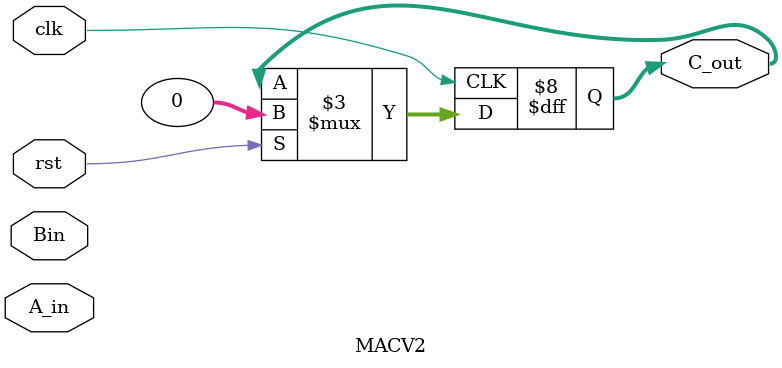
<source format=sv>


module MACV2(
    input clk,
    input rst,

    input logic [31:0] A_in, Bin,

    output logic [31:0] C_out
);
    logic [31:0]  accumulate;

    always_ff @(posedge clk) begin
        if (rst) begin 
            accumulate = 'b0;
            C_out = 'b0;
        end        
    end
    
    
endmodule

</source>
